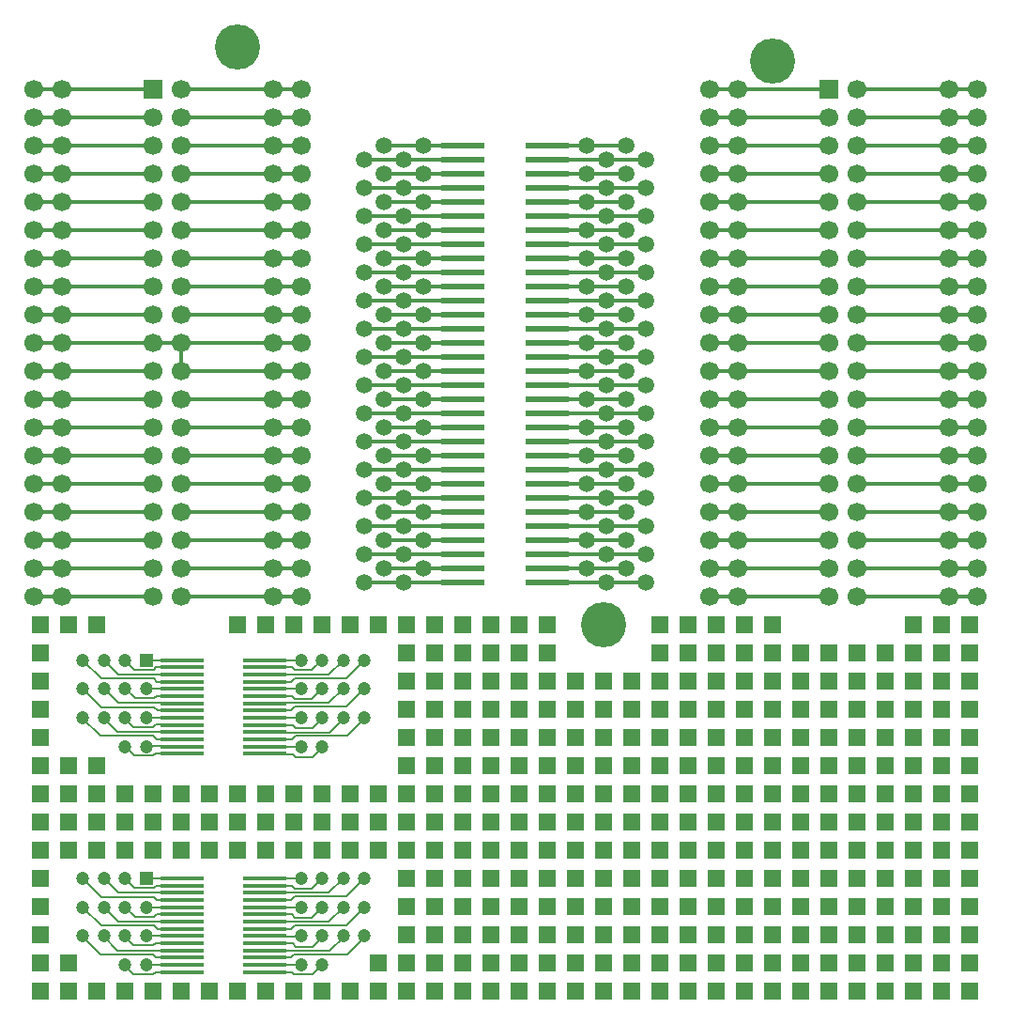
<source format=gtl>
G04 #@! TF.FileFunction,Copper,L1,Top,Signal*
%FSLAX46Y46*%
G04 Gerber Fmt 4.6, Leading zero omitted, Abs format (unit mm)*
G04 Created by KiCad (PCBNEW (after 2015-mar-04 BZR unknown)-product) date 16.6.2015 8:52:11*
%MOMM*%
G01*
G04 APERTURE LIST*
%ADD10C,0.150000*%
%ADD11R,4.000000X0.600000*%
%ADD12C,1.500000*%
%ADD13R,1.700000X1.700000*%
%ADD14C,1.700000*%
%ADD15C,4.064000*%
%ADD16R,1.500000X1.500000*%
%ADD17R,4.000000X0.350000*%
%ADD18R,1.200000X1.200000*%
%ADD19C,1.200000*%
%ADD20C,0.304800*%
%ADD21C,0.152400*%
G04 APERTURE END LIST*
D10*
D11*
X128270000Y-100965000D03*
X135890000Y-100965000D03*
X128270000Y-102235000D03*
X135890000Y-102235000D03*
D12*
X124714000Y-100965000D03*
X121158000Y-100965000D03*
X122936000Y-102235000D03*
X119380000Y-102235000D03*
X141224000Y-102235000D03*
X144780000Y-102235000D03*
X139446000Y-100965000D03*
X143002000Y-100965000D03*
D11*
X128270000Y-98425000D03*
X135890000Y-98425000D03*
X128270000Y-99695000D03*
X135890000Y-99695000D03*
D12*
X124714000Y-98425000D03*
X121158000Y-98425000D03*
X122936000Y-99695000D03*
X119380000Y-99695000D03*
X141224000Y-99695000D03*
X144780000Y-99695000D03*
X139446000Y-98425000D03*
X143002000Y-98425000D03*
D11*
X128270000Y-78105000D03*
X135890000Y-78105000D03*
X128270000Y-79375000D03*
X135890000Y-79375000D03*
D12*
X124714000Y-78105000D03*
X121158000Y-78105000D03*
X122936000Y-79375000D03*
X119380000Y-79375000D03*
X141224000Y-79375000D03*
X144780000Y-79375000D03*
X139446000Y-78105000D03*
X143002000Y-78105000D03*
D11*
X128270000Y-80645000D03*
X135890000Y-80645000D03*
X128270000Y-81915000D03*
X135890000Y-81915000D03*
D12*
X124714000Y-80645000D03*
X121158000Y-80645000D03*
X122936000Y-81915000D03*
X119380000Y-81915000D03*
X141224000Y-81915000D03*
X144780000Y-81915000D03*
X139446000Y-80645000D03*
X143002000Y-80645000D03*
D11*
X128270000Y-85725000D03*
X135890000Y-85725000D03*
X128270000Y-86995000D03*
X135890000Y-86995000D03*
D12*
X124714000Y-85725000D03*
X121158000Y-85725000D03*
X122936000Y-86995000D03*
X119380000Y-86995000D03*
X141224000Y-86995000D03*
X144780000Y-86995000D03*
X139446000Y-85725000D03*
X143002000Y-85725000D03*
D11*
X128270000Y-83185000D03*
X135890000Y-83185000D03*
X128270000Y-84455000D03*
X135890000Y-84455000D03*
D12*
X124714000Y-83185000D03*
X121158000Y-83185000D03*
X122936000Y-84455000D03*
X119380000Y-84455000D03*
X141224000Y-84455000D03*
X144780000Y-84455000D03*
X139446000Y-83185000D03*
X143002000Y-83185000D03*
D11*
X128270000Y-93345000D03*
X135890000Y-93345000D03*
X128270000Y-94615000D03*
X135890000Y-94615000D03*
D12*
X124714000Y-93345000D03*
X121158000Y-93345000D03*
X122936000Y-94615000D03*
X119380000Y-94615000D03*
X141224000Y-94615000D03*
X144780000Y-94615000D03*
X139446000Y-93345000D03*
X143002000Y-93345000D03*
D11*
X128270000Y-95885000D03*
X135890000Y-95885000D03*
X128270000Y-97155000D03*
X135890000Y-97155000D03*
D12*
X124714000Y-95885000D03*
X121158000Y-95885000D03*
X122936000Y-97155000D03*
X119380000Y-97155000D03*
X141224000Y-97155000D03*
X144780000Y-97155000D03*
X139446000Y-95885000D03*
X143002000Y-95885000D03*
D11*
X128270000Y-90805000D03*
X135890000Y-90805000D03*
X128270000Y-92075000D03*
X135890000Y-92075000D03*
D12*
X124714000Y-90805000D03*
X121158000Y-90805000D03*
X122936000Y-92075000D03*
X119380000Y-92075000D03*
X141224000Y-92075000D03*
X144780000Y-92075000D03*
X139446000Y-90805000D03*
X143002000Y-90805000D03*
D11*
X128270000Y-88265000D03*
X135890000Y-88265000D03*
X128270000Y-89535000D03*
X135890000Y-89535000D03*
D12*
X124714000Y-88265000D03*
X121158000Y-88265000D03*
X122936000Y-89535000D03*
X119380000Y-89535000D03*
X141224000Y-89535000D03*
X144780000Y-89535000D03*
X139446000Y-88265000D03*
X143002000Y-88265000D03*
D11*
X128270000Y-67945000D03*
X135890000Y-67945000D03*
X128270000Y-69215000D03*
X135890000Y-69215000D03*
D12*
X124714000Y-67945000D03*
X121158000Y-67945000D03*
X122936000Y-69215000D03*
X119380000Y-69215000D03*
X141224000Y-69215000D03*
X144780000Y-69215000D03*
X139446000Y-67945000D03*
X143002000Y-67945000D03*
D11*
X128270000Y-70485000D03*
X135890000Y-70485000D03*
X128270000Y-71755000D03*
X135890000Y-71755000D03*
D12*
X124714000Y-70485000D03*
X121158000Y-70485000D03*
X122936000Y-71755000D03*
X119380000Y-71755000D03*
X141224000Y-71755000D03*
X144780000Y-71755000D03*
X139446000Y-70485000D03*
X143002000Y-70485000D03*
D11*
X128270000Y-75565000D03*
X135890000Y-75565000D03*
X128270000Y-76835000D03*
X135890000Y-76835000D03*
D12*
X124714000Y-75565000D03*
X121158000Y-75565000D03*
X122936000Y-76835000D03*
X119380000Y-76835000D03*
X141224000Y-76835000D03*
X144780000Y-76835000D03*
X139446000Y-75565000D03*
X143002000Y-75565000D03*
D11*
X128270000Y-73025000D03*
X135890000Y-73025000D03*
X128270000Y-74295000D03*
X135890000Y-74295000D03*
D12*
X124714000Y-73025000D03*
X121158000Y-73025000D03*
X122936000Y-74295000D03*
X119380000Y-74295000D03*
X141224000Y-74295000D03*
X144780000Y-74295000D03*
X139446000Y-73025000D03*
X143002000Y-73025000D03*
D11*
X128270000Y-62865000D03*
X135890000Y-62865000D03*
X128270000Y-64135000D03*
X135890000Y-64135000D03*
D12*
X124714000Y-62865000D03*
X121158000Y-62865000D03*
X122936000Y-64135000D03*
X119380000Y-64135000D03*
X141224000Y-64135000D03*
X144780000Y-64135000D03*
X139446000Y-62865000D03*
X143002000Y-62865000D03*
D11*
X128270000Y-65405000D03*
X135890000Y-65405000D03*
X128270000Y-66675000D03*
X135890000Y-66675000D03*
D12*
X124714000Y-65405000D03*
X121158000Y-65405000D03*
X122936000Y-66675000D03*
X119380000Y-66675000D03*
X141224000Y-66675000D03*
X144780000Y-66675000D03*
X139446000Y-65405000D03*
X143002000Y-65405000D03*
D13*
X100330000Y-57785000D03*
D14*
X102870000Y-57785000D03*
X100330000Y-60325000D03*
X102870000Y-60325000D03*
X100330000Y-62865000D03*
X102870000Y-62865000D03*
X100330000Y-65405000D03*
X102870000Y-65405000D03*
X100330000Y-67945000D03*
X102870000Y-67945000D03*
X100330000Y-70485000D03*
X102870000Y-70485000D03*
X100330000Y-73025000D03*
X102870000Y-73025000D03*
X100330000Y-75565000D03*
X102870000Y-75565000D03*
X100330000Y-78105000D03*
X102870000Y-78105000D03*
X100330000Y-80645000D03*
X102870000Y-80645000D03*
X100330000Y-83185000D03*
X102870000Y-83185000D03*
X100330000Y-85725000D03*
X102870000Y-85725000D03*
X100330000Y-88265000D03*
X102870000Y-88265000D03*
X100330000Y-90805000D03*
X102870000Y-90805000D03*
X100330000Y-93345000D03*
X102870000Y-93345000D03*
X100330000Y-95885000D03*
X102870000Y-95885000D03*
X100330000Y-98425000D03*
X102870000Y-98425000D03*
X100330000Y-100965000D03*
X102870000Y-100965000D03*
X100330000Y-103505000D03*
X102870000Y-103505000D03*
D13*
X161290000Y-57785000D03*
D14*
X163830000Y-57785000D03*
X161290000Y-60325000D03*
X163830000Y-60325000D03*
X161290000Y-62865000D03*
X163830000Y-62865000D03*
X161290000Y-65405000D03*
X163830000Y-65405000D03*
X161290000Y-67945000D03*
X163830000Y-67945000D03*
X161290000Y-70485000D03*
X163830000Y-70485000D03*
X161290000Y-73025000D03*
X163830000Y-73025000D03*
X161290000Y-75565000D03*
X163830000Y-75565000D03*
X161290000Y-78105000D03*
X163830000Y-78105000D03*
X161290000Y-80645000D03*
X163830000Y-80645000D03*
X161290000Y-83185000D03*
X163830000Y-83185000D03*
X161290000Y-85725000D03*
X163830000Y-85725000D03*
X161290000Y-88265000D03*
X163830000Y-88265000D03*
X161290000Y-90805000D03*
X163830000Y-90805000D03*
X161290000Y-93345000D03*
X163830000Y-93345000D03*
X161290000Y-95885000D03*
X163830000Y-95885000D03*
X161290000Y-98425000D03*
X163830000Y-98425000D03*
X161290000Y-100965000D03*
X163830000Y-100965000D03*
X161290000Y-103505000D03*
X163830000Y-103505000D03*
X150495000Y-80645000D03*
X153035000Y-80645000D03*
X150495000Y-103505000D03*
X153035000Y-103505000D03*
X150495000Y-100965000D03*
X153035000Y-100965000D03*
X150495000Y-98425000D03*
X153035000Y-98425000D03*
X150495000Y-95885000D03*
X153035000Y-95885000D03*
X150495000Y-93345000D03*
X153035000Y-93345000D03*
X150495000Y-90805000D03*
X153035000Y-90805000D03*
X150495000Y-88265000D03*
X153035000Y-88265000D03*
X150495000Y-85725000D03*
X153035000Y-85725000D03*
X150495000Y-83185000D03*
X153035000Y-83185000D03*
X174625000Y-57785000D03*
X172085000Y-57785000D03*
X150495000Y-78105000D03*
X153035000Y-78105000D03*
X150495000Y-75565000D03*
X153035000Y-75565000D03*
X150495000Y-73025000D03*
X153035000Y-73025000D03*
X150495000Y-70485000D03*
X153035000Y-70485000D03*
X150495000Y-67945000D03*
X153035000Y-67945000D03*
X150495000Y-65405000D03*
X153035000Y-65405000D03*
X150495000Y-62865000D03*
X153035000Y-62865000D03*
X150495000Y-60325000D03*
X153035000Y-60325000D03*
X174625000Y-80645000D03*
X172085000Y-80645000D03*
X174625000Y-103505000D03*
X172085000Y-103505000D03*
X174625000Y-100965000D03*
X172085000Y-100965000D03*
X174625000Y-98425000D03*
X172085000Y-98425000D03*
X174625000Y-95885000D03*
X172085000Y-95885000D03*
X174625000Y-93345000D03*
X172085000Y-93345000D03*
X174625000Y-90805000D03*
X172085000Y-90805000D03*
X174625000Y-88265000D03*
X172085000Y-88265000D03*
X174625000Y-85725000D03*
X172085000Y-85725000D03*
X174625000Y-83185000D03*
X172085000Y-83185000D03*
X150495000Y-57785000D03*
X153035000Y-57785000D03*
X174625000Y-78105000D03*
X172085000Y-78105000D03*
X174625000Y-75565000D03*
X172085000Y-75565000D03*
X174625000Y-73025000D03*
X172085000Y-73025000D03*
X174625000Y-70485000D03*
X172085000Y-70485000D03*
X174625000Y-67945000D03*
X172085000Y-67945000D03*
X174625000Y-65405000D03*
X172085000Y-65405000D03*
X174625000Y-62865000D03*
X172085000Y-62865000D03*
X174625000Y-60325000D03*
X172085000Y-60325000D03*
X89535000Y-80645000D03*
X92075000Y-80645000D03*
X89535000Y-103505000D03*
X92075000Y-103505000D03*
X89535000Y-100965000D03*
X92075000Y-100965000D03*
X89535000Y-98425000D03*
X92075000Y-98425000D03*
X89535000Y-95885000D03*
X92075000Y-95885000D03*
X89535000Y-93345000D03*
X92075000Y-93345000D03*
X89535000Y-90805000D03*
X92075000Y-90805000D03*
X89535000Y-88265000D03*
X92075000Y-88265000D03*
X89535000Y-85725000D03*
X92075000Y-85725000D03*
X89535000Y-83185000D03*
X92075000Y-83185000D03*
X113665000Y-57785000D03*
X111125000Y-57785000D03*
X89535000Y-78105000D03*
X92075000Y-78105000D03*
X89535000Y-75565000D03*
X92075000Y-75565000D03*
X89535000Y-73025000D03*
X92075000Y-73025000D03*
X89535000Y-70485000D03*
X92075000Y-70485000D03*
X89535000Y-67945000D03*
X92075000Y-67945000D03*
X89535000Y-65405000D03*
X92075000Y-65405000D03*
X89535000Y-62865000D03*
X92075000Y-62865000D03*
X89535000Y-60325000D03*
X92075000Y-60325000D03*
X113665000Y-80645000D03*
X111125000Y-80645000D03*
X113665000Y-103505000D03*
X111125000Y-103505000D03*
X113665000Y-100965000D03*
X111125000Y-100965000D03*
X113665000Y-98425000D03*
X111125000Y-98425000D03*
X113665000Y-95885000D03*
X111125000Y-95885000D03*
X113665000Y-93345000D03*
X111125000Y-93345000D03*
X113665000Y-90805000D03*
X111125000Y-90805000D03*
X113665000Y-88265000D03*
X111125000Y-88265000D03*
X113665000Y-85725000D03*
X111125000Y-85725000D03*
X113665000Y-83185000D03*
X111125000Y-83185000D03*
X89535000Y-57785000D03*
X92075000Y-57785000D03*
X113665000Y-78105000D03*
X111125000Y-78105000D03*
X113665000Y-75565000D03*
X111125000Y-75565000D03*
X113665000Y-73025000D03*
X111125000Y-73025000D03*
X113665000Y-70485000D03*
X111125000Y-70485000D03*
X113665000Y-67945000D03*
X111125000Y-67945000D03*
X113665000Y-65405000D03*
X111125000Y-65405000D03*
X113665000Y-62865000D03*
X111125000Y-62865000D03*
X113665000Y-60325000D03*
X111125000Y-60325000D03*
D15*
X107950000Y-53975000D03*
X156210000Y-55245000D03*
X140970000Y-106045000D03*
D16*
X128270000Y-108585000D03*
X130810000Y-108585000D03*
X133350000Y-108585000D03*
X133350000Y-111125000D03*
X133350000Y-113665000D03*
X130810000Y-113665000D03*
X128270000Y-113665000D03*
X128270000Y-111125000D03*
X130810000Y-111125000D03*
X125730000Y-116205000D03*
X128270000Y-116205000D03*
X130810000Y-116205000D03*
X130810000Y-118745000D03*
X130810000Y-121285000D03*
X128270000Y-121285000D03*
X125730000Y-121285000D03*
X125730000Y-118745000D03*
X128270000Y-118745000D03*
X125730000Y-123825000D03*
X128270000Y-123825000D03*
X130810000Y-123825000D03*
X130810000Y-126365000D03*
X130810000Y-128905000D03*
X128270000Y-128905000D03*
X125730000Y-128905000D03*
X125730000Y-126365000D03*
X128270000Y-126365000D03*
X128270000Y-131445000D03*
X130810000Y-131445000D03*
X133350000Y-131445000D03*
X133350000Y-133985000D03*
X133350000Y-136525000D03*
X130810000Y-136525000D03*
X128270000Y-136525000D03*
X128270000Y-133985000D03*
X130810000Y-133985000D03*
X135890000Y-131445000D03*
X138430000Y-131445000D03*
X140970000Y-131445000D03*
X140970000Y-133985000D03*
X140970000Y-136525000D03*
X138430000Y-136525000D03*
X135890000Y-136525000D03*
X135890000Y-133985000D03*
X138430000Y-133985000D03*
X143510000Y-131445000D03*
X146050000Y-131445000D03*
X148590000Y-131445000D03*
X148590000Y-133985000D03*
X148590000Y-136525000D03*
X146050000Y-136525000D03*
X143510000Y-136525000D03*
X143510000Y-133985000D03*
X146050000Y-133985000D03*
X151130000Y-131445000D03*
X153670000Y-131445000D03*
X156210000Y-131445000D03*
X156210000Y-133985000D03*
X156210000Y-136525000D03*
X153670000Y-136525000D03*
X151130000Y-136525000D03*
X151130000Y-133985000D03*
X153670000Y-133985000D03*
X158750000Y-131445000D03*
X161290000Y-131445000D03*
X163830000Y-131445000D03*
X163830000Y-133985000D03*
X163830000Y-136525000D03*
X161290000Y-136525000D03*
X158750000Y-136525000D03*
X158750000Y-133985000D03*
X161290000Y-133985000D03*
X166370000Y-131445000D03*
X168910000Y-131445000D03*
X171450000Y-131445000D03*
X171450000Y-133985000D03*
X171450000Y-136525000D03*
X168910000Y-136525000D03*
X166370000Y-136525000D03*
X166370000Y-133985000D03*
X168910000Y-133985000D03*
X135890000Y-111125000D03*
X138430000Y-111125000D03*
X140970000Y-111125000D03*
X140970000Y-113665000D03*
X140970000Y-116205000D03*
X138430000Y-116205000D03*
X135890000Y-116205000D03*
X135890000Y-113665000D03*
X138430000Y-113665000D03*
X143510000Y-111125000D03*
X146050000Y-111125000D03*
X148590000Y-111125000D03*
X148590000Y-113665000D03*
X148590000Y-116205000D03*
X146050000Y-116205000D03*
X143510000Y-116205000D03*
X143510000Y-113665000D03*
X146050000Y-113665000D03*
X151130000Y-108585000D03*
X153670000Y-108585000D03*
X156210000Y-108585000D03*
X156210000Y-111125000D03*
X156210000Y-113665000D03*
X153670000Y-113665000D03*
X151130000Y-113665000D03*
X151130000Y-111125000D03*
X153670000Y-111125000D03*
X158750000Y-108585000D03*
X161290000Y-108585000D03*
X163830000Y-108585000D03*
X163830000Y-111125000D03*
X163830000Y-113665000D03*
X161290000Y-113665000D03*
X158750000Y-113665000D03*
X158750000Y-111125000D03*
X161290000Y-111125000D03*
X166370000Y-108585000D03*
X168910000Y-108585000D03*
X171450000Y-108585000D03*
X171450000Y-111125000D03*
X171450000Y-113665000D03*
X168910000Y-113665000D03*
X166370000Y-113665000D03*
X166370000Y-111125000D03*
X168910000Y-111125000D03*
X133350000Y-118745000D03*
X135890000Y-118745000D03*
X138430000Y-118745000D03*
X138430000Y-121285000D03*
X138430000Y-123825000D03*
X135890000Y-123825000D03*
X133350000Y-123825000D03*
X133350000Y-121285000D03*
X135890000Y-121285000D03*
X133350000Y-116205000D03*
X135890000Y-108585000D03*
X146050000Y-108585000D03*
X148590000Y-108585000D03*
X151130000Y-116205000D03*
X153670000Y-116205000D03*
X156210000Y-116205000D03*
X158750000Y-116205000D03*
X161290000Y-116205000D03*
X163830000Y-116205000D03*
X166370000Y-116205000D03*
X168910000Y-116205000D03*
X171450000Y-116205000D03*
X171450000Y-118745000D03*
X171450000Y-121285000D03*
X173990000Y-108585000D03*
X173990000Y-111125000D03*
X173990000Y-113665000D03*
X173990000Y-116205000D03*
X173990000Y-118745000D03*
X173990000Y-121285000D03*
X171450000Y-123825000D03*
X173990000Y-123825000D03*
X173990000Y-126365000D03*
X171450000Y-126365000D03*
X171450000Y-128905000D03*
X173990000Y-128905000D03*
X173990000Y-131445000D03*
X118110000Y-121285000D03*
X120650000Y-121285000D03*
X123190000Y-121285000D03*
X123190000Y-123825000D03*
X123190000Y-126365000D03*
X120650000Y-126365000D03*
X118110000Y-126365000D03*
X118110000Y-123825000D03*
X120650000Y-123825000D03*
X110490000Y-121285000D03*
X113030000Y-121285000D03*
X115570000Y-121285000D03*
X115570000Y-123825000D03*
X115570000Y-126365000D03*
X113030000Y-126365000D03*
X110490000Y-126365000D03*
X110490000Y-123825000D03*
X113030000Y-123825000D03*
X102870000Y-121285000D03*
X105410000Y-121285000D03*
X107950000Y-121285000D03*
X107950000Y-123825000D03*
X107950000Y-126365000D03*
X105410000Y-126365000D03*
X102870000Y-126365000D03*
X102870000Y-123825000D03*
X105410000Y-123825000D03*
X95250000Y-121285000D03*
X97790000Y-121285000D03*
X100330000Y-121285000D03*
X100330000Y-123825000D03*
X100330000Y-126365000D03*
X97790000Y-126365000D03*
X95250000Y-126365000D03*
X95250000Y-123825000D03*
X97790000Y-123825000D03*
X140970000Y-118745000D03*
X143510000Y-118745000D03*
X146050000Y-118745000D03*
X146050000Y-121285000D03*
X146050000Y-123825000D03*
X143510000Y-123825000D03*
X140970000Y-123825000D03*
X140970000Y-121285000D03*
X143510000Y-121285000D03*
X148590000Y-118745000D03*
X151130000Y-118745000D03*
X153670000Y-118745000D03*
X153670000Y-121285000D03*
X153670000Y-123825000D03*
X151130000Y-123825000D03*
X148590000Y-123825000D03*
X148590000Y-121285000D03*
X151130000Y-121285000D03*
X156210000Y-118745000D03*
X158750000Y-118745000D03*
X161290000Y-118745000D03*
X161290000Y-121285000D03*
X161290000Y-123825000D03*
X158750000Y-123825000D03*
X156210000Y-123825000D03*
X156210000Y-121285000D03*
X158750000Y-121285000D03*
X163830000Y-118745000D03*
X166370000Y-118745000D03*
X168910000Y-118745000D03*
X168910000Y-121285000D03*
X168910000Y-123825000D03*
X166370000Y-123825000D03*
X163830000Y-123825000D03*
X163830000Y-121285000D03*
X166370000Y-121285000D03*
X90170000Y-108585000D03*
X90170000Y-111125000D03*
X90170000Y-113665000D03*
X90170000Y-116205000D03*
X90170000Y-118745000D03*
X92710000Y-118745000D03*
X95250000Y-118745000D03*
X90170000Y-121285000D03*
X92710000Y-121285000D03*
X90170000Y-123825000D03*
X92710000Y-123825000D03*
X90170000Y-126365000D03*
X92710000Y-126365000D03*
X90170000Y-128905000D03*
X90170000Y-131445000D03*
X90170000Y-133985000D03*
X90170000Y-136525000D03*
X90170000Y-139065000D03*
X92710000Y-139065000D03*
X92710000Y-136525000D03*
X95250000Y-139065000D03*
X97790000Y-139065000D03*
X100330000Y-139065000D03*
X102870000Y-139065000D03*
X105410000Y-139065000D03*
X107950000Y-139065000D03*
X110490000Y-139065000D03*
X113030000Y-139065000D03*
X115570000Y-139065000D03*
X118110000Y-139065000D03*
X120650000Y-139065000D03*
X120650000Y-136525000D03*
X123190000Y-136525000D03*
X123190000Y-133985000D03*
X123190000Y-131445000D03*
X123190000Y-128905000D03*
X125730000Y-133985000D03*
X125730000Y-131445000D03*
X125730000Y-136525000D03*
X123190000Y-139065000D03*
X125730000Y-139065000D03*
X125730000Y-113665000D03*
X125730000Y-111125000D03*
X125730000Y-108585000D03*
X123190000Y-108585000D03*
X123190000Y-111125000D03*
X123190000Y-113665000D03*
X123190000Y-116205000D03*
X123190000Y-118745000D03*
X90170000Y-106045000D03*
X92710000Y-106045000D03*
X95250000Y-106045000D03*
X107950000Y-106045000D03*
X110490000Y-106045000D03*
X113030000Y-106045000D03*
X115570000Y-106045000D03*
X118110000Y-106045000D03*
X120650000Y-106045000D03*
X123190000Y-106045000D03*
X125730000Y-106045000D03*
X128270000Y-106045000D03*
X130810000Y-106045000D03*
X133350000Y-106045000D03*
X135890000Y-106045000D03*
X133350000Y-126365000D03*
X133350000Y-128905000D03*
X135890000Y-126365000D03*
X135890000Y-128905000D03*
X138430000Y-128905000D03*
X138430000Y-126365000D03*
X140970000Y-126365000D03*
X140970000Y-128905000D03*
X143510000Y-128905000D03*
X143510000Y-126365000D03*
X146050000Y-128905000D03*
X146050000Y-126365000D03*
X148590000Y-126365000D03*
X148590000Y-128905000D03*
X151130000Y-126365000D03*
X151130000Y-128905000D03*
X153670000Y-128905000D03*
X153670000Y-126365000D03*
X156210000Y-126365000D03*
X156210000Y-128905000D03*
X158750000Y-128905000D03*
X158750000Y-126365000D03*
X161290000Y-126365000D03*
X161290000Y-128905000D03*
X163830000Y-128905000D03*
X163830000Y-126365000D03*
X166370000Y-126365000D03*
X168910000Y-126365000D03*
X168910000Y-128905000D03*
X166370000Y-128905000D03*
X173990000Y-133985000D03*
X173990000Y-136525000D03*
X173990000Y-139065000D03*
X171450000Y-139065000D03*
X128270000Y-139065000D03*
X130810000Y-139065000D03*
X133350000Y-139065000D03*
X135890000Y-139065000D03*
X138430000Y-139065000D03*
X140970000Y-139065000D03*
X143510000Y-139065000D03*
X146050000Y-139065000D03*
X151130000Y-139065000D03*
X148590000Y-139065000D03*
X153670000Y-139065000D03*
X156210000Y-139065000D03*
X158750000Y-139065000D03*
X161290000Y-139065000D03*
X163830000Y-139065000D03*
X166370000Y-139065000D03*
X168910000Y-139065000D03*
X146050000Y-106045000D03*
X148590000Y-106045000D03*
X151130000Y-106045000D03*
X153670000Y-106045000D03*
X156210000Y-106045000D03*
X173990000Y-106045000D03*
X171450000Y-106045000D03*
X168910000Y-106045000D03*
D17*
X102930000Y-109205000D03*
X102930000Y-109855000D03*
X102930000Y-110505000D03*
X102930000Y-111155000D03*
X102930000Y-111805000D03*
X102930000Y-112455000D03*
X102930000Y-113105000D03*
X102930000Y-113755000D03*
X102930000Y-114405000D03*
X102930000Y-115055000D03*
X102930000Y-115705000D03*
X102930000Y-116355000D03*
X102930000Y-117005000D03*
X102930000Y-117655000D03*
X110430000Y-109205000D03*
X110430000Y-109855000D03*
X110430000Y-110505000D03*
X110430000Y-111155000D03*
X110430000Y-111805000D03*
X110430000Y-112455000D03*
X110430000Y-113105000D03*
X110430000Y-113755000D03*
X110430000Y-114405000D03*
X110430000Y-115055000D03*
X110430000Y-115705000D03*
X110430000Y-116355000D03*
X110430000Y-117005000D03*
X110430000Y-117655000D03*
D18*
X99695000Y-109205000D03*
D19*
X97790000Y-109205000D03*
X95885000Y-109205000D03*
X93980000Y-109205000D03*
X99695000Y-111805000D03*
X97790000Y-111805000D03*
X95885000Y-111805000D03*
X93980000Y-111805000D03*
X99695000Y-114405000D03*
X97790000Y-114405000D03*
X95885000Y-114405000D03*
X93980000Y-114405000D03*
X99695000Y-117005000D03*
X97790000Y-117005000D03*
X113665000Y-109205000D03*
X115570000Y-109205000D03*
X117475000Y-109205000D03*
X119380000Y-109205000D03*
X113665000Y-111805000D03*
X115570000Y-111805000D03*
X117475000Y-111805000D03*
X119380000Y-111805000D03*
X113665000Y-114405000D03*
X115570000Y-114405000D03*
X117475000Y-114405000D03*
X119380000Y-114405000D03*
X113665000Y-117005000D03*
X115570000Y-117005000D03*
D17*
X102930000Y-128890000D03*
X102930000Y-129540000D03*
X102930000Y-130190000D03*
X102930000Y-130840000D03*
X102930000Y-131490000D03*
X102930000Y-132140000D03*
X102930000Y-132790000D03*
X102930000Y-133440000D03*
X102930000Y-134090000D03*
X102930000Y-134740000D03*
X102930000Y-135390000D03*
X102930000Y-136040000D03*
X102930000Y-136690000D03*
X102930000Y-137340000D03*
X110430000Y-128890000D03*
X110430000Y-129540000D03*
X110430000Y-130190000D03*
X110430000Y-130840000D03*
X110430000Y-131490000D03*
X110430000Y-132140000D03*
X110430000Y-132790000D03*
X110430000Y-133440000D03*
X110430000Y-134090000D03*
X110430000Y-134740000D03*
X110430000Y-135390000D03*
X110430000Y-136040000D03*
X110430000Y-136690000D03*
X110430000Y-137340000D03*
D18*
X99695000Y-128890000D03*
D19*
X97790000Y-128890000D03*
X95885000Y-128890000D03*
X93980000Y-128890000D03*
X99695000Y-131490000D03*
X97790000Y-131490000D03*
X95885000Y-131490000D03*
X93980000Y-131490000D03*
X99695000Y-134090000D03*
X97790000Y-134090000D03*
X95885000Y-134090000D03*
X93980000Y-134090000D03*
X99695000Y-136690000D03*
X97790000Y-136690000D03*
X113665000Y-128890000D03*
X115570000Y-128890000D03*
X117475000Y-128890000D03*
X119380000Y-128890000D03*
X113665000Y-131490000D03*
X115570000Y-131490000D03*
X117475000Y-131490000D03*
X119380000Y-131490000D03*
X113665000Y-134090000D03*
X115570000Y-134090000D03*
X117475000Y-134090000D03*
X119380000Y-134090000D03*
X113665000Y-136690000D03*
X115570000Y-136690000D03*
D20*
X111125000Y-75565000D02*
X113665000Y-75565000D01*
X102870000Y-75565000D02*
X111125000Y-75565000D01*
X172085000Y-95885000D02*
X174625000Y-95885000D01*
X163830000Y-95885000D02*
X172085000Y-95885000D01*
X153035000Y-65405000D02*
X161290000Y-65405000D01*
X150495000Y-65405000D02*
X153035000Y-65405000D01*
X92075000Y-65405000D02*
X100330000Y-65405000D01*
X89535000Y-65405000D02*
X92075000Y-65405000D01*
X111125000Y-62865000D02*
X113665000Y-62865000D01*
X102870000Y-62865000D02*
X111125000Y-62865000D01*
X92075000Y-80645000D02*
X100330000Y-80645000D01*
X89535000Y-80645000D02*
X92075000Y-80645000D01*
X111125000Y-83185000D02*
X113665000Y-83185000D01*
X102870000Y-83185000D02*
X111125000Y-83185000D01*
X111125000Y-80645000D02*
X113665000Y-80645000D01*
X102870000Y-80645000D02*
X111125000Y-80645000D01*
X102870000Y-80645000D02*
X102870000Y-83185000D01*
X100330000Y-80645000D02*
X102870000Y-80645000D01*
X102870000Y-65405000D02*
X111125000Y-65405000D01*
X113665000Y-65405000D02*
X111125000Y-65405000D01*
X153035000Y-67945000D02*
X161290000Y-67945000D01*
X150495000Y-67945000D02*
X153035000Y-67945000D01*
X172085000Y-80645000D02*
X174625000Y-80645000D01*
X163830000Y-80645000D02*
X172085000Y-80645000D01*
X111125000Y-70485000D02*
X113665000Y-70485000D01*
X102870000Y-70485000D02*
X111125000Y-70485000D01*
X111125000Y-67945000D02*
X113665000Y-67945000D01*
X102870000Y-67945000D02*
X111125000Y-67945000D01*
X172085000Y-67945000D02*
X174625000Y-67945000D01*
X163830000Y-67945000D02*
X172085000Y-67945000D01*
X111125000Y-88265000D02*
X113665000Y-88265000D01*
X102870000Y-88265000D02*
X111125000Y-88265000D01*
X111125000Y-90805000D02*
X113665000Y-90805000D01*
X102870000Y-90805000D02*
X111125000Y-90805000D01*
X111125000Y-93345000D02*
X113665000Y-93345000D01*
X102870000Y-93345000D02*
X111125000Y-93345000D01*
X153035000Y-98425000D02*
X161290000Y-98425000D01*
X150495000Y-98425000D02*
X153035000Y-98425000D01*
X172085000Y-73025000D02*
X174625000Y-73025000D01*
X163830000Y-73025000D02*
X172085000Y-73025000D01*
X172085000Y-70485000D02*
X174625000Y-70485000D01*
X163830000Y-70485000D02*
X172085000Y-70485000D01*
X92075000Y-73025000D02*
X100330000Y-73025000D01*
X89535000Y-73025000D02*
X92075000Y-73025000D01*
X92075000Y-75565000D02*
X100330000Y-75565000D01*
X89535000Y-75565000D02*
X92075000Y-75565000D01*
X92075000Y-78105000D02*
X100330000Y-78105000D01*
X89535000Y-78105000D02*
X92075000Y-78105000D01*
X153035000Y-100965000D02*
X161290000Y-100965000D01*
X150495000Y-100965000D02*
X153035000Y-100965000D01*
X153035000Y-103505000D02*
X161290000Y-103505000D01*
X150495000Y-103505000D02*
X153035000Y-103505000D01*
X111125000Y-95885000D02*
X113665000Y-95885000D01*
X102870000Y-95885000D02*
X111125000Y-95885000D01*
X153035000Y-70485000D02*
X161290000Y-70485000D01*
X150495000Y-70485000D02*
X153035000Y-70485000D01*
X153035000Y-73025000D02*
X161290000Y-73025000D01*
X150495000Y-73025000D02*
X153035000Y-73025000D01*
X153035000Y-75565000D02*
X161290000Y-75565000D01*
X150495000Y-75565000D02*
X153035000Y-75565000D01*
X153035000Y-85725000D02*
X161290000Y-85725000D01*
X150495000Y-85725000D02*
X153035000Y-85725000D01*
X153035000Y-83185000D02*
X161290000Y-83185000D01*
X150495000Y-83185000D02*
X153035000Y-83185000D01*
X111125000Y-98425000D02*
X113665000Y-98425000D01*
X102870000Y-98425000D02*
X111125000Y-98425000D01*
X172085000Y-85725000D02*
X174625000Y-85725000D01*
X163830000Y-85725000D02*
X172085000Y-85725000D01*
X153035000Y-88265000D02*
X161290000Y-88265000D01*
X150495000Y-88265000D02*
X153035000Y-88265000D01*
X172085000Y-78105000D02*
X174625000Y-78105000D01*
X163830000Y-78105000D02*
X172085000Y-78105000D01*
X172085000Y-75565000D02*
X174625000Y-75565000D01*
X163830000Y-75565000D02*
X172085000Y-75565000D01*
X172085000Y-93345000D02*
X174625000Y-93345000D01*
X163830000Y-93345000D02*
X172085000Y-93345000D01*
X172085000Y-90805000D02*
X174625000Y-90805000D01*
X163830000Y-90805000D02*
X172085000Y-90805000D01*
X172085000Y-88265000D02*
X174625000Y-88265000D01*
X163830000Y-88265000D02*
X172085000Y-88265000D01*
X172085000Y-83185000D02*
X174625000Y-83185000D01*
X163830000Y-83185000D02*
X172085000Y-83185000D01*
X153035000Y-95885000D02*
X161290000Y-95885000D01*
X150495000Y-95885000D02*
X153035000Y-95885000D01*
X153035000Y-90805000D02*
X161290000Y-90805000D01*
X150495000Y-90805000D02*
X153035000Y-90805000D01*
X153035000Y-93345000D02*
X161290000Y-93345000D01*
X150495000Y-93345000D02*
X153035000Y-93345000D01*
X153035000Y-78105000D02*
X161290000Y-78105000D01*
X150495000Y-78105000D02*
X153035000Y-78105000D01*
X92075000Y-83185000D02*
X100330000Y-83185000D01*
X89535000Y-83185000D02*
X92075000Y-83185000D01*
X153035000Y-60325000D02*
X161290000Y-60325000D01*
X150495000Y-60325000D02*
X153035000Y-60325000D01*
X153035000Y-62865000D02*
X161290000Y-62865000D01*
X150495000Y-62865000D02*
X153035000Y-62865000D01*
X111125000Y-103505000D02*
X113665000Y-103505000D01*
X102870000Y-103505000D02*
X111125000Y-103505000D01*
X111125000Y-100965000D02*
X113665000Y-100965000D01*
X102870000Y-100965000D02*
X111125000Y-100965000D01*
X92075000Y-57785000D02*
X100330000Y-57785000D01*
X89535000Y-57785000D02*
X92075000Y-57785000D01*
X111125000Y-57785000D02*
X113665000Y-57785000D01*
X102870000Y-57785000D02*
X111125000Y-57785000D01*
X92075000Y-60325000D02*
X100330000Y-60325000D01*
X89535000Y-60325000D02*
X92075000Y-60325000D01*
X92075000Y-85725000D02*
X100330000Y-85725000D01*
X89535000Y-85725000D02*
X92075000Y-85725000D01*
X92075000Y-88265000D02*
X100330000Y-88265000D01*
X89535000Y-88265000D02*
X92075000Y-88265000D01*
X92075000Y-90805000D02*
X100330000Y-90805000D01*
X89535000Y-90805000D02*
X92075000Y-90805000D01*
X92075000Y-100965000D02*
X100330000Y-100965000D01*
X89535000Y-100965000D02*
X92075000Y-100965000D01*
X92075000Y-103505000D02*
X100330000Y-103505000D01*
X89535000Y-103505000D02*
X92075000Y-103505000D01*
X172085000Y-98425000D02*
X174625000Y-98425000D01*
X163830000Y-98425000D02*
X172085000Y-98425000D01*
X172085000Y-62865000D02*
X174625000Y-62865000D01*
X163830000Y-62865000D02*
X172085000Y-62865000D01*
X172085000Y-60325000D02*
X174625000Y-60325000D01*
X163830000Y-60325000D02*
X172085000Y-60325000D01*
X153035000Y-80645000D02*
X161290000Y-80645000D01*
X150495000Y-80645000D02*
X153035000Y-80645000D01*
X172085000Y-57785000D02*
X174625000Y-57785000D01*
X163830000Y-57785000D02*
X172085000Y-57785000D01*
X153035000Y-57785000D02*
X161290000Y-57785000D01*
X150495000Y-57785000D02*
X153035000Y-57785000D01*
X111125000Y-60325000D02*
X113665000Y-60325000D01*
X102870000Y-60325000D02*
X111125000Y-60325000D01*
X92075000Y-93345000D02*
X100330000Y-93345000D01*
X89535000Y-93345000D02*
X92075000Y-93345000D01*
X92075000Y-95885000D02*
X100330000Y-95885000D01*
X89535000Y-95885000D02*
X92075000Y-95885000D01*
X172085000Y-103505000D02*
X163830000Y-103505000D01*
X174625000Y-103505000D02*
X172085000Y-103505000D01*
X172085000Y-100965000D02*
X174625000Y-100965000D01*
X163830000Y-100965000D02*
X172085000Y-100965000D01*
X92075000Y-67945000D02*
X100330000Y-67945000D01*
X89535000Y-67945000D02*
X92075000Y-67945000D01*
X92075000Y-70485000D02*
X100330000Y-70485000D01*
X89535000Y-70485000D02*
X92075000Y-70485000D01*
X111125000Y-73025000D02*
X113665000Y-73025000D01*
X102870000Y-73025000D02*
X111125000Y-73025000D01*
X172085000Y-65405000D02*
X174625000Y-65405000D01*
X163830000Y-65405000D02*
X172085000Y-65405000D01*
X92075000Y-98425000D02*
X100330000Y-98425000D01*
X89535000Y-98425000D02*
X92075000Y-98425000D01*
X92075000Y-62865000D02*
X100330000Y-62865000D01*
X89535000Y-62865000D02*
X92075000Y-62865000D01*
X111125000Y-85725000D02*
X113665000Y-85725000D01*
X102870000Y-85725000D02*
X111125000Y-85725000D01*
X141224000Y-66675000D02*
X144780000Y-66675000D01*
X135890000Y-66675000D02*
X141224000Y-66675000D01*
X135890000Y-64135000D02*
X141224000Y-64135000D01*
X141224000Y-64135000D02*
X144780000Y-64135000D01*
X141224000Y-74295000D02*
X144780000Y-74295000D01*
X135890000Y-74295000D02*
X141224000Y-74295000D01*
X135890000Y-76835000D02*
X141224000Y-76835000D01*
X141224000Y-76835000D02*
X144780000Y-76835000D01*
X141224000Y-71755000D02*
X144780000Y-71755000D01*
X135890000Y-71755000D02*
X141224000Y-71755000D01*
X135890000Y-69215000D02*
X141224000Y-69215000D01*
X141224000Y-69215000D02*
X144780000Y-69215000D01*
X141224000Y-89535000D02*
X144780000Y-89535000D01*
X135890000Y-89535000D02*
X141224000Y-89535000D01*
X135890000Y-92075000D02*
X141224000Y-92075000D01*
X141224000Y-92075000D02*
X144780000Y-92075000D01*
X141224000Y-97155000D02*
X144780000Y-97155000D01*
X135890000Y-97155000D02*
X141224000Y-97155000D01*
X135890000Y-94615000D02*
X141224000Y-94615000D01*
X141224000Y-94615000D02*
X144780000Y-94615000D01*
X141224000Y-84455000D02*
X144780000Y-84455000D01*
X135890000Y-84455000D02*
X141224000Y-84455000D01*
X135890000Y-86995000D02*
X141224000Y-86995000D01*
X141224000Y-86995000D02*
X144780000Y-86995000D01*
X141224000Y-81915000D02*
X144780000Y-81915000D01*
X135890000Y-81915000D02*
X141224000Y-81915000D01*
X135890000Y-79375000D02*
X141224000Y-79375000D01*
X141224000Y-79375000D02*
X144780000Y-79375000D01*
X141224000Y-99695000D02*
X144780000Y-99695000D01*
X135890000Y-99695000D02*
X141224000Y-99695000D01*
D21*
X110506200Y-135422400D02*
X116251200Y-135422400D01*
X116251200Y-135422400D02*
X117551200Y-134122400D01*
X97790000Y-136779000D02*
X98552000Y-137541000D01*
X98552000Y-137541000D02*
X100330000Y-137541000D01*
X100330000Y-137541000D02*
X100531000Y-137340000D01*
X100531000Y-137340000D02*
X102930000Y-137340000D01*
X97790000Y-136690000D02*
X97790000Y-136779000D01*
X102955400Y-132130800D02*
X100634800Y-132130800D01*
X98668600Y-132334000D02*
X97815400Y-131480800D01*
X100431600Y-132334000D02*
X98668600Y-132334000D01*
X100634800Y-132130800D02*
X100431600Y-132334000D01*
X102955400Y-132780800D02*
X97210400Y-132780800D01*
X97210400Y-132780800D02*
X95910400Y-131480800D01*
X102955400Y-133430800D02*
X100715600Y-133430800D01*
X95671400Y-133146800D02*
X94005400Y-131480800D01*
X100431600Y-133146800D02*
X95671400Y-133146800D01*
X100715600Y-133430800D02*
X100431600Y-133146800D01*
X102853800Y-134071600D02*
X99618800Y-134071600D01*
X95569800Y-135737600D02*
X93903800Y-134071600D01*
X100330000Y-135737600D02*
X95569800Y-135737600D01*
X100330000Y-135737600D02*
X100330000Y-135737600D01*
X100330000Y-135763000D02*
X100607000Y-136040000D01*
X100607000Y-136040000D02*
X102930000Y-136040000D01*
X100330000Y-135737600D02*
X100330000Y-135763000D01*
X110430000Y-132780800D02*
X116175000Y-132780800D01*
X116175000Y-132780800D02*
X117475000Y-131480800D01*
X99695000Y-136690000D02*
X102930000Y-136690000D01*
X110430000Y-132130800D02*
X112852200Y-132130800D01*
X114640600Y-132410200D02*
X115570000Y-131480800D01*
X113131600Y-132410200D02*
X114640600Y-132410200D01*
X112852200Y-132130800D02*
X113131600Y-132410200D01*
D20*
X139446000Y-65405000D02*
X135890000Y-65405000D01*
X143002000Y-65405000D02*
X139446000Y-65405000D01*
X143002000Y-62865000D02*
X139446000Y-62865000D01*
X139446000Y-62865000D02*
X135890000Y-62865000D01*
X139446000Y-73025000D02*
X135890000Y-73025000D01*
X143002000Y-73025000D02*
X139446000Y-73025000D01*
X143002000Y-75565000D02*
X139446000Y-75565000D01*
X139446000Y-75565000D02*
X135890000Y-75565000D01*
X139446000Y-70485000D02*
X135890000Y-70485000D01*
X143002000Y-70485000D02*
X139446000Y-70485000D01*
X143002000Y-67945000D02*
X139446000Y-67945000D01*
X139446000Y-67945000D02*
X135890000Y-67945000D01*
X139446000Y-88265000D02*
X135890000Y-88265000D01*
X143002000Y-88265000D02*
X139446000Y-88265000D01*
X143002000Y-90805000D02*
X139446000Y-90805000D01*
X139446000Y-90805000D02*
X135890000Y-90805000D01*
X139446000Y-95885000D02*
X135890000Y-95885000D01*
X143002000Y-95885000D02*
X139446000Y-95885000D01*
X143002000Y-93345000D02*
X139446000Y-93345000D01*
X139446000Y-93345000D02*
X135890000Y-93345000D01*
X139446000Y-83185000D02*
X135890000Y-83185000D01*
X143002000Y-83185000D02*
X139446000Y-83185000D01*
X143002000Y-85725000D02*
X139446000Y-85725000D01*
X139446000Y-85725000D02*
X135890000Y-85725000D01*
X139446000Y-80645000D02*
X135890000Y-80645000D01*
X143002000Y-80645000D02*
X139446000Y-80645000D01*
X143002000Y-78105000D02*
X139446000Y-78105000D01*
X139446000Y-78105000D02*
X135890000Y-78105000D01*
X139446000Y-98425000D02*
X143002000Y-98425000D01*
X135890000Y-98425000D02*
X139446000Y-98425000D01*
D21*
X113665000Y-131480800D02*
X110430000Y-131480800D01*
X112829000Y-137340000D02*
X113030000Y-137541000D01*
X113030000Y-137541000D02*
X114719000Y-137541000D01*
X114719000Y-137541000D02*
X115570000Y-136690000D01*
X110430000Y-137340000D02*
X112829000Y-137340000D01*
X112746000Y-130840000D02*
X113080800Y-130505200D01*
X113080800Y-130505200D02*
X117764800Y-130505200D01*
X117764800Y-130505200D02*
X119380000Y-128890000D01*
X110430000Y-130840000D02*
X112746000Y-130840000D01*
X110430000Y-136690000D02*
X113665000Y-136690000D01*
X116175000Y-130190000D02*
X117475000Y-128890000D01*
X110430000Y-130190000D02*
X116175000Y-130190000D01*
X117841000Y-135737600D02*
X119456200Y-134122400D01*
X113284000Y-135737600D02*
X117841000Y-135737600D01*
X113157000Y-135737600D02*
X113284000Y-135737600D01*
X113055400Y-135737600D02*
X112753000Y-136040000D01*
X112753000Y-136040000D02*
X110430000Y-136040000D01*
X113284000Y-135737600D02*
X113055400Y-135737600D01*
X112852200Y-129540000D02*
X113131600Y-129819400D01*
X113131600Y-129819400D02*
X114640600Y-129819400D01*
X114640600Y-129819400D02*
X115570000Y-128890000D01*
X110430000Y-129540000D02*
X112852200Y-129540000D01*
X102955400Y-131480800D02*
X99720400Y-131480800D01*
X113665000Y-128890000D02*
X110430000Y-128890000D01*
X102930000Y-128890000D02*
X99695000Y-128890000D01*
X102853800Y-135371600D02*
X97108800Y-135371600D01*
X97108800Y-135371600D02*
X95808800Y-134071600D01*
D20*
X122936000Y-66675000D02*
X128270000Y-66675000D01*
X119380000Y-66675000D02*
X122936000Y-66675000D01*
X119380000Y-64135000D02*
X122936000Y-64135000D01*
X122936000Y-64135000D02*
X128270000Y-64135000D01*
X122936000Y-74295000D02*
X128270000Y-74295000D01*
X119380000Y-74295000D02*
X122936000Y-74295000D01*
X119380000Y-76835000D02*
X122936000Y-76835000D01*
X122936000Y-76835000D02*
X128270000Y-76835000D01*
X122936000Y-71755000D02*
X128270000Y-71755000D01*
X119380000Y-71755000D02*
X122936000Y-71755000D01*
X119380000Y-69215000D02*
X122936000Y-69215000D01*
X122936000Y-69215000D02*
X128270000Y-69215000D01*
X122936000Y-89535000D02*
X128270000Y-89535000D01*
X119380000Y-89535000D02*
X122936000Y-89535000D01*
X119380000Y-92075000D02*
X122936000Y-92075000D01*
X122936000Y-92075000D02*
X128270000Y-92075000D01*
X122936000Y-97155000D02*
X128270000Y-97155000D01*
X119380000Y-97155000D02*
X122936000Y-97155000D01*
X119380000Y-94615000D02*
X122936000Y-94615000D01*
X122936000Y-94615000D02*
X128270000Y-94615000D01*
X122936000Y-84455000D02*
X128270000Y-84455000D01*
X119380000Y-84455000D02*
X122936000Y-84455000D01*
X119380000Y-86995000D02*
X122936000Y-86995000D01*
X122936000Y-86995000D02*
X128270000Y-86995000D01*
X122936000Y-81915000D02*
X128270000Y-81915000D01*
X119380000Y-81915000D02*
X122936000Y-81915000D01*
X119380000Y-79375000D02*
X122936000Y-79375000D01*
X122936000Y-79375000D02*
X128270000Y-79375000D01*
X122936000Y-99695000D02*
X128270000Y-99695000D01*
X119380000Y-99695000D02*
X122936000Y-99695000D01*
D21*
X100609400Y-129540000D02*
X100406200Y-129743200D01*
X100406200Y-129743200D02*
X98643200Y-129743200D01*
X98643200Y-129743200D02*
X97790000Y-128890000D01*
X102930000Y-129540000D02*
X100609400Y-129540000D01*
X97185000Y-130190000D02*
X95885000Y-128890000D01*
X102930000Y-130190000D02*
X97185000Y-130190000D01*
X100690200Y-130840000D02*
X100406200Y-130556000D01*
X95758000Y-130556000D02*
X95646000Y-130556000D01*
X100406200Y-130556000D02*
X95758000Y-130556000D01*
X102930000Y-130840000D02*
X100690200Y-130840000D01*
X95631000Y-130556000D02*
X95504000Y-130429000D01*
X93980000Y-128905000D02*
X93980000Y-128890000D01*
X93980000Y-128905000D02*
X95504000Y-130429000D01*
X95758000Y-130556000D02*
X95631000Y-130556000D01*
D20*
X124714000Y-65405000D02*
X128270000Y-65405000D01*
X121158000Y-65405000D02*
X124714000Y-65405000D01*
X121158000Y-62865000D02*
X124714000Y-62865000D01*
X124714000Y-62865000D02*
X128270000Y-62865000D01*
X124714000Y-73025000D02*
X128270000Y-73025000D01*
X121158000Y-73025000D02*
X124714000Y-73025000D01*
X121158000Y-75565000D02*
X124714000Y-75565000D01*
X124714000Y-75565000D02*
X128270000Y-75565000D01*
X124714000Y-70485000D02*
X128270000Y-70485000D01*
X121158000Y-70485000D02*
X124714000Y-70485000D01*
X121158000Y-67945000D02*
X124714000Y-67945000D01*
X124714000Y-67945000D02*
X128270000Y-67945000D01*
X124714000Y-88265000D02*
X128270000Y-88265000D01*
X121158000Y-88265000D02*
X124714000Y-88265000D01*
X121158000Y-90805000D02*
X124714000Y-90805000D01*
X124714000Y-90805000D02*
X128270000Y-90805000D01*
X124714000Y-95885000D02*
X128270000Y-95885000D01*
X121158000Y-95885000D02*
X124714000Y-95885000D01*
X121158000Y-93345000D02*
X124714000Y-93345000D01*
X124714000Y-93345000D02*
X128270000Y-93345000D01*
X124714000Y-83185000D02*
X128270000Y-83185000D01*
X121158000Y-83185000D02*
X124714000Y-83185000D01*
X121158000Y-85725000D02*
X124714000Y-85725000D01*
X124714000Y-85725000D02*
X128270000Y-85725000D01*
X124714000Y-80645000D02*
X128270000Y-80645000D01*
X121158000Y-80645000D02*
X124714000Y-80645000D01*
X121158000Y-78105000D02*
X124714000Y-78105000D01*
X124714000Y-78105000D02*
X128270000Y-78105000D01*
X124714000Y-98425000D02*
X128270000Y-98425000D01*
X121158000Y-98425000D02*
X124714000Y-98425000D01*
D21*
X110506200Y-134772400D02*
X112928400Y-134772400D01*
X114716800Y-135051800D02*
X115646200Y-134122400D01*
X113207800Y-135051800D02*
X114716800Y-135051800D01*
X112928400Y-134772400D02*
X113207800Y-135051800D01*
X102853800Y-134721600D02*
X100533200Y-134721600D01*
X98567000Y-134924800D02*
X97713800Y-134071600D01*
X100330000Y-134924800D02*
X98567000Y-134924800D01*
X100533200Y-134721600D02*
X100330000Y-134924800D01*
X113741200Y-134122400D02*
X110506200Y-134122400D01*
X110430000Y-133430800D02*
X112746000Y-133430800D01*
X117764800Y-133096000D02*
X119380000Y-131480800D01*
X113080800Y-133096000D02*
X117764800Y-133096000D01*
X112746000Y-133430800D02*
X113080800Y-133096000D01*
D20*
X111125000Y-78105000D02*
X113665000Y-78105000D01*
X102870000Y-78105000D02*
X111125000Y-78105000D01*
X124714000Y-100965000D02*
X128270000Y-100965000D01*
X121158000Y-100965000D02*
X124714000Y-100965000D01*
X139446000Y-100965000D02*
X143002000Y-100965000D01*
X135890000Y-100965000D02*
X139446000Y-100965000D01*
X122936000Y-102235000D02*
X128270000Y-102235000D01*
X119380000Y-102235000D02*
X122936000Y-102235000D01*
X141224000Y-102235000D02*
X144780000Y-102235000D01*
X135890000Y-102235000D02*
X141224000Y-102235000D01*
D21*
X102853800Y-115686600D02*
X97108800Y-115686600D01*
X102930000Y-109205000D02*
X99695000Y-109205000D01*
X102930000Y-109855000D02*
X100609400Y-109855000D01*
X98643200Y-110058200D02*
X97790000Y-109205000D01*
X100406200Y-110058200D02*
X98643200Y-110058200D01*
X100609400Y-109855000D02*
X100406200Y-110058200D01*
X102930000Y-110505000D02*
X97185000Y-110505000D01*
X97185000Y-110505000D02*
X95885000Y-109205000D01*
X102930000Y-111155000D02*
X100690200Y-111155000D01*
X95646000Y-110871000D02*
X93980000Y-109205000D01*
X100406200Y-110871000D02*
X95646000Y-110871000D01*
X100690200Y-111155000D02*
X100406200Y-110871000D01*
X102955400Y-111795800D02*
X99720400Y-111795800D01*
X100634800Y-112445800D02*
X100431600Y-112649000D01*
X100431600Y-112649000D02*
X98668600Y-112649000D01*
X98668600Y-112649000D02*
X97815400Y-111795800D01*
X102955400Y-112445800D02*
X100634800Y-112445800D01*
X97210400Y-113095800D02*
X95910400Y-111795800D01*
X102955400Y-113095800D02*
X97210400Y-113095800D01*
X100715600Y-113745800D02*
X100431600Y-113461800D01*
X100431600Y-113461800D02*
X95671400Y-113461800D01*
X95671400Y-113461800D02*
X94005400Y-111795800D01*
X102955400Y-113745800D02*
X100715600Y-113745800D01*
X102853800Y-114386600D02*
X99618800Y-114386600D01*
X100533200Y-115036600D02*
X100330000Y-115239800D01*
X100330000Y-115239800D02*
X98567000Y-115239800D01*
X98567000Y-115239800D02*
X97713800Y-114386600D01*
X102853800Y-115036600D02*
X100533200Y-115036600D01*
X100614000Y-116336600D02*
X100330000Y-116052600D01*
X100330000Y-116052600D02*
X95569800Y-116052600D01*
X95569800Y-116052600D02*
X93903800Y-114386600D01*
X102853800Y-116336600D02*
X100614000Y-116336600D01*
X102879200Y-116977400D02*
X99644200Y-116977400D01*
X102879200Y-117627400D02*
X100558600Y-117627400D01*
X98592400Y-117830600D02*
X97739200Y-116977400D01*
X100355400Y-117830600D02*
X98592400Y-117830600D01*
X100558600Y-117627400D02*
X100355400Y-117830600D01*
X113665000Y-109205000D02*
X110430000Y-109205000D01*
X110430000Y-109855000D02*
X112852200Y-109855000D01*
X114640600Y-110134400D02*
X115570000Y-109205000D01*
X113131600Y-110134400D02*
X114640600Y-110134400D01*
X112852200Y-109855000D02*
X113131600Y-110134400D01*
X110430000Y-110505000D02*
X116175000Y-110505000D01*
X116175000Y-110505000D02*
X117475000Y-109205000D01*
X110430000Y-111155000D02*
X112746000Y-111155000D01*
X117764800Y-110820200D02*
X119380000Y-109205000D01*
X113080800Y-110820200D02*
X117764800Y-110820200D01*
X112746000Y-111155000D02*
X113080800Y-110820200D01*
X113665000Y-111795800D02*
X110430000Y-111795800D01*
X112852200Y-112445800D02*
X113131600Y-112725200D01*
X113131600Y-112725200D02*
X114640600Y-112725200D01*
X114640600Y-112725200D02*
X115570000Y-111795800D01*
X110430000Y-112445800D02*
X112852200Y-112445800D01*
X116175000Y-113095800D02*
X117475000Y-111795800D01*
X110430000Y-113095800D02*
X116175000Y-113095800D01*
X112746000Y-113745800D02*
X113080800Y-113411000D01*
X113080800Y-113411000D02*
X117764800Y-113411000D01*
X117764800Y-113411000D02*
X119380000Y-111795800D01*
X110430000Y-113745800D02*
X112746000Y-113745800D01*
X113741200Y-114437400D02*
X110506200Y-114437400D01*
X112928400Y-115087400D02*
X113207800Y-115366800D01*
X113207800Y-115366800D02*
X114716800Y-115366800D01*
X114716800Y-115366800D02*
X115646200Y-114437400D01*
X110506200Y-115087400D02*
X112928400Y-115087400D01*
X116251200Y-115737400D02*
X117551200Y-114437400D01*
X110506200Y-115737400D02*
X116251200Y-115737400D01*
X112822200Y-116387400D02*
X113157000Y-116052600D01*
X113157000Y-116052600D02*
X117841000Y-116052600D01*
X117841000Y-116052600D02*
X119456200Y-114437400D01*
X110506200Y-116387400D02*
X112822200Y-116387400D01*
X113741200Y-117028200D02*
X110506200Y-117028200D01*
X110506200Y-117678200D02*
X112928400Y-117678200D01*
X114716800Y-117957600D02*
X115646200Y-117028200D01*
X113207800Y-117957600D02*
X114716800Y-117957600D01*
X112928400Y-117678200D02*
X113207800Y-117957600D01*
X97108800Y-115686600D02*
X95808800Y-114386600D01*
M02*

</source>
